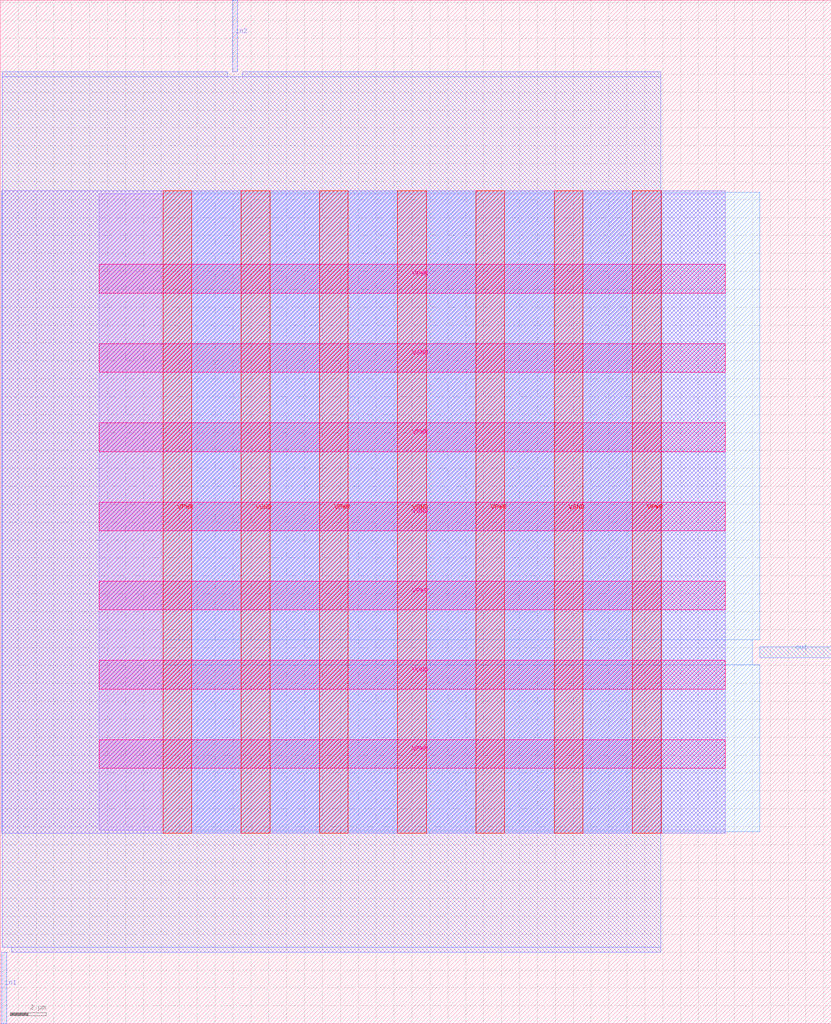
<source format=lef>
VERSION 5.7 ;
  NOWIREEXTENSIONATPIN ON ;
  DIVIDERCHAR "/" ;
  BUSBITCHARS "[]" ;
MACRO nor_gate
  CLASS BLOCK ;
  FOREIGN nor_gate ;
  ORIGIN 0.000 0.000 ;
  SIZE 46.410 BY 57.130 ;
  PIN VGND
    DIRECTION INPUT ;
    USE GROUND ;
    PORT
      LAYER met5 ;
        RECT 5.520 18.680 40.480 20.280 ;
    END
    PORT
      LAYER met5 ;
        RECT 5.520 27.520 40.480 29.120 ;
    END
    PORT
      LAYER met5 ;
        RECT 5.520 36.360 40.480 37.960 ;
    END
    PORT
      LAYER met4 ;
        RECT 13.460 10.640 15.060 46.480 ;
    END
    PORT
      LAYER met4 ;
        RECT 22.200 10.640 23.800 46.480 ;
    END
    PORT
      LAYER met4 ;
        RECT 30.940 10.640 32.540 46.480 ;
    END
  END VGND
  PIN VPWR
    DIRECTION INPUT ;
    USE POWER ;
    PORT
      LAYER met5 ;
        RECT 5.520 14.260 40.480 15.860 ;
    END
    PORT
      LAYER met5 ;
        RECT 5.520 23.100 40.480 24.700 ;
    END
    PORT
      LAYER met5 ;
        RECT 5.520 31.940 40.480 33.540 ;
    END
    PORT
      LAYER met5 ;
        RECT 5.520 40.780 40.480 42.380 ;
    END
    PORT
      LAYER met4 ;
        RECT 9.090 10.640 10.690 46.480 ;
    END
    PORT
      LAYER met4 ;
        RECT 17.830 10.640 19.430 46.480 ;
    END
    PORT
      LAYER met4 ;
        RECT 26.570 10.640 28.170 46.480 ;
    END
    PORT
      LAYER met4 ;
        RECT 35.310 10.640 36.910 46.480 ;
    END
  END VPWR
  PIN in1
    DIRECTION INPUT ;
    USE SIGNAL ;
    PORT
      LAYER met2 ;
        RECT 0.090 0.000 0.370 4.000 ;
    END
  END in1
  PIN in2
    DIRECTION INPUT ;
    USE SIGNAL ;
    PORT
      LAYER met2 ;
        RECT 12.970 53.130 13.250 57.130 ;
    END
  END in2
  PIN out
    DIRECTION OUTPUT TRISTATE ;
    USE SIGNAL ;
    PORT
      LAYER met3 ;
        RECT 42.410 20.440 46.410 21.040 ;
    END
  END out
  OBS
      LAYER li1 ;
        RECT 5.520 10.795 40.480 46.325 ;
      LAYER met1 ;
        RECT 0.070 10.640 40.480 46.480 ;
      LAYER met2 ;
        RECT 0.100 52.850 12.690 53.130 ;
        RECT 13.530 52.850 36.880 53.130 ;
        RECT 0.100 4.280 36.880 52.850 ;
        RECT 0.650 4.000 36.880 4.280 ;
      LAYER met3 ;
        RECT 9.090 21.440 42.410 46.405 ;
        RECT 9.090 20.040 42.010 21.440 ;
        RECT 9.090 10.715 42.410 20.040 ;
  END
END nor_gate
END LIBRARY


</source>
